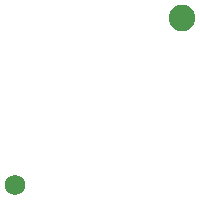
<source format=gbr>
G04 #@! TF.GenerationSoftware,KiCad,Pcbnew,5.99.0-unknown-a5c7d45~100~ubuntu19.10.1*
G04 #@! TF.CreationDate,2020-01-22T19:28:44+01:00*
G04 #@! TF.ProjectId,ilulissat,696c756c-6973-4736-9174-2e6b69636164,rev?*
G04 #@! TF.SameCoordinates,Original*
G04 #@! TF.FileFunction,Copper,L3,Inr*
G04 #@! TF.FilePolarity,Positive*
%FSLAX46Y46*%
G04 Gerber Fmt 4.6, Leading zero omitted, Abs format (unit mm)*
G04 Created by KiCad (PCBNEW 5.99.0-unknown-a5c7d45~100~ubuntu19.10.1) date 2020-01-22 19:28:44*
%MOMM*%
%LPD*%
G04 APERTURE LIST*
%ADD10C,2.250000*%
%ADD11C,1.755000*%
G04 APERTURE END LIST*
D10*
X157693068Y-91798432D03*
D11*
X143550932Y-105940568D03*
M02*

</source>
